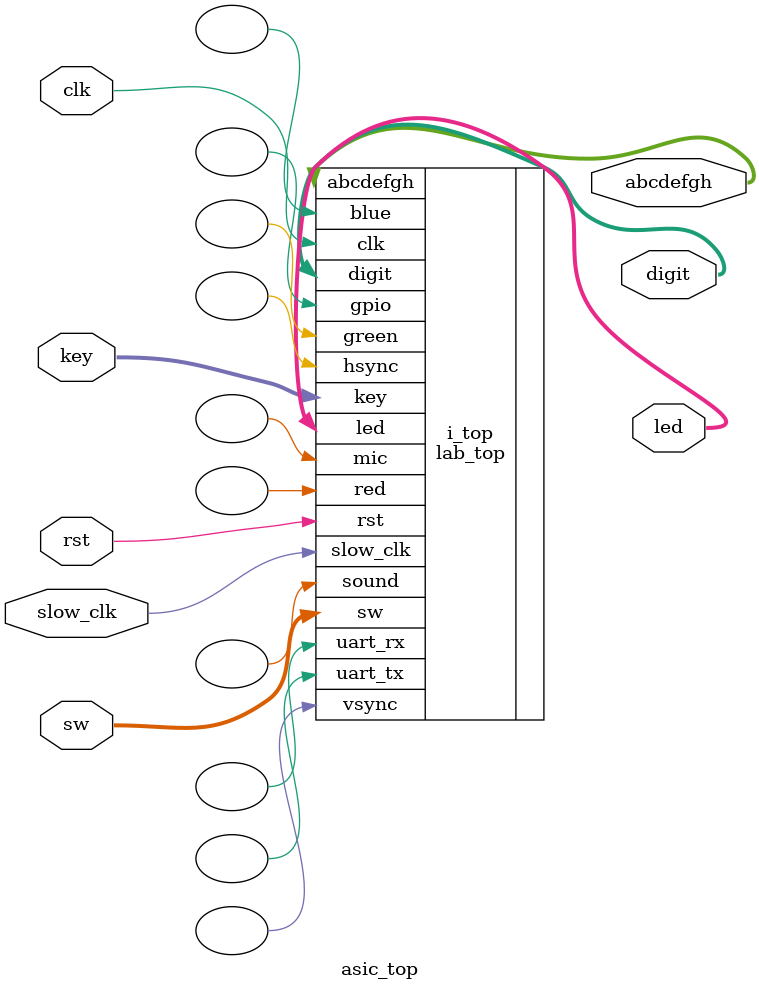
<source format=sv>
`include "config.svh"

module asic_top
# (
    parameter clk_mhz = 50,
              w_key   = 4,
              w_sw    = 8,
              w_led   = 8,
              w_digit = 8,
              w_gpio  = 0
)
(
    input                        clk,
    input                        slow_clk,
    input                        rst,

    // Keys, switches, LEDs

    input        [w_key   - 1:0] key,
    input        [w_sw    - 1:0] sw,
    output logic [w_led   - 1:0] led,

    // A dynamic seven-segment display

    output logic [          7:0] abcdefgh,
    output logic [w_digit - 1:0] digit
);

    lab_top
    # (
        .clk_mhz   ( clk_mhz  ),
        .w_key     ( w_key    ),
        .w_sw      ( w_sw     ),
        .w_led     ( w_led    ),
        .w_digit   ( w_digit  ),
        .w_gpio    ( w_gpio   )
    )
    i_top
    (
        .clk       ( clk      ),
        .slow_clk  ( slow_clk ),
        .rst       ( rst      ),
        .key       ( key      ),
        .sw        ( sw       ),
        .led       ( led      ),
        .abcdefgh  ( abcdefgh ),
        .digit     ( digit    ),

        .vsync     (          ),
        .hsync     (          ),
        .red       (          ),
        .green     (          ),
        .blue      (          ),
        .uart_rx   (          ),
        .uart_tx   (          ),
        .mic       (          ),
        .sound     (          ),
        .gpio      (          )
    );

endmodule

</source>
